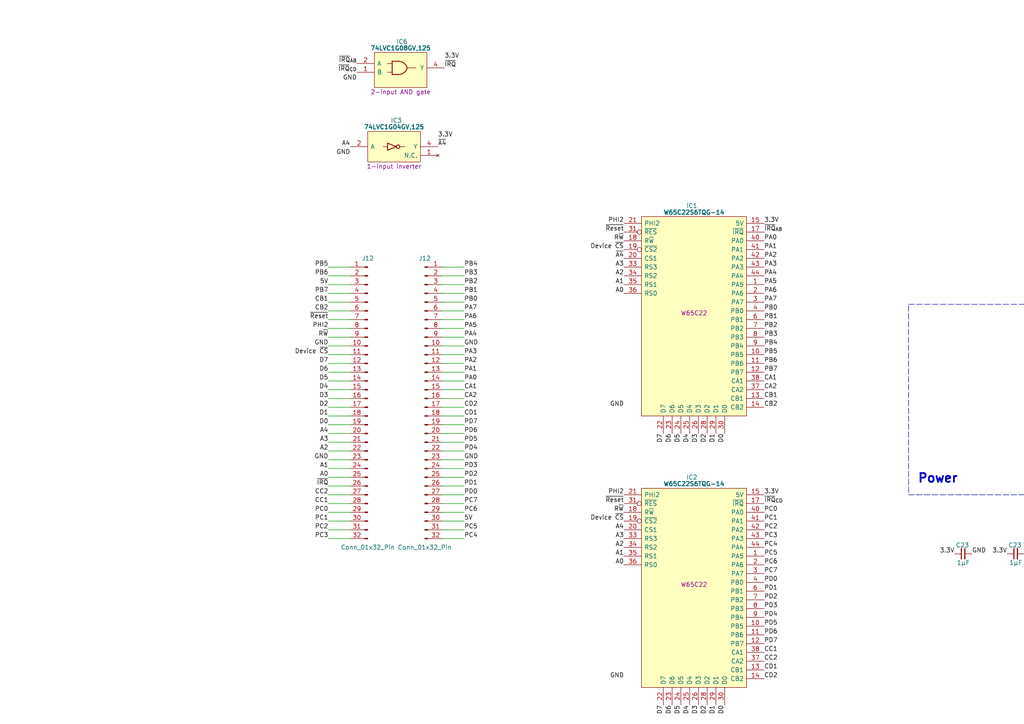
<source format=kicad_sch>
(kicad_sch (version 20230121) (generator eeschema)
  (paper "A4")
  (lib_symbols
    (symbol "C_0805_5" (pin_numbers hide) (pin_names (offset 0.254) hide)
      (property "Reference" "C" (at 2.286 2.54 0))
      (property "Value" "?μF" (at 2.54 -2.54 0))
      (symbol "C_0805_5_0_1"
        (polyline (pts (xy 1.9685 -1.4605) (xy 1.9685 1.5875)) (stroke (width 0.3048)))
        (polyline (pts (xy 2.9845 -1.4605) (xy 2.9845 1.5875)) (stroke (width 0.3302)))
      )
      (symbol "C_0805_5_1_1"
        (pin passive line (at 0 0 0) (length 2.032) (name "~") (number "1"))
        (pin passive line (at 5.08 0 180) (length 2.032) (name "~") (number "2"))
      )
    )
    (symbol "Connector:Conn_01x32_Pin" (pin_names (offset 1.016) hide)
      (property "Reference" "J" (at 0 40.64 0))
      (property "Value" "Conn_01x32_Pin" (at 0 -43.18 0))
      (symbol "Conn_01x32_Pin_1_1"
        (polyline (pts (xy 1.27 -40.64) (xy 0.8636 -40.64)) (stroke (width 0.1524)))
        (polyline (pts (xy 1.27 -38.1) (xy 0.8636 -38.1)) (stroke (width 0.1524)))
        (polyline (pts (xy 1.27 -35.56) (xy 0.8636 -35.56)) (stroke (width 0.1524)))
        (polyline (pts (xy 1.27 -33.02) (xy 0.8636 -33.02)) (stroke (width 0.1524)))
        (polyline (pts (xy 1.27 -30.48) (xy 0.8636 -30.48)) (stroke (width 0.1524)))
        (polyline (pts (xy 1.27 -27.94) (xy 0.8636 -27.94)) (stroke (width 0.1524)))
        (polyline (pts (xy 1.27 -25.4) (xy 0.8636 -25.4)) (stroke (width 0.1524)))
        (polyline (pts (xy 1.27 -22.86) (xy 0.8636 -22.86)) (stroke (width 0.1524)))
        (polyline (pts (xy 1.27 -20.32) (xy 0.8636 -20.32)) (stroke (width 0.1524)))
        (polyline (pts (xy 1.27 -17.78) (xy 0.8636 -17.78)) (stroke (width 0.1524)))
        (polyline (pts (xy 1.27 -15.24) (xy 0.8636 -15.24)) (stroke (width 0.1524)))
        (polyline (pts (xy 1.27 -12.7) (xy 0.8636 -12.7)) (stroke (width 0.1524)))
        (polyline (pts (xy 1.27 -10.16) (xy 0.8636 -10.16)) (stroke (width 0.1524)))
        (polyline (pts (xy 1.27 -7.62) (xy 0.8636 -7.62)) (stroke (width 0.1524)))
        (polyline (pts (xy 1.27 -5.08) (xy 0.8636 -5.08)) (stroke (width 0.1524)))
        (polyline (pts (xy 1.27 -2.54) (xy 0.8636 -2.54)) (stroke (width 0.1524)))
        (polyline (pts (xy 1.27 0) (xy 0.8636 0)) (stroke (width 0.1524)))
        (polyline (pts (xy 1.27 2.54) (xy 0.8636 2.54)) (stroke (width 0.1524)))
        (polyline (pts (xy 1.27 5.08) (xy 0.8636 5.08)) (stroke (width 0.1524)))
        (polyline (pts (xy 1.27 7.62) (xy 0.8636 7.62)) (stroke (width 0.1524)))
        (polyline (pts (xy 1.27 10.16) (xy 0.8636 10.16)) (stroke (width 0.1524)))
        (polyline (pts (xy 1.27 12.7) (xy 0.8636 12.7)) (stroke (width 0.1524)))
        (polyline (pts (xy 1.27 15.24) (xy 0.8636 15.24)) (stroke (width 0.1524)))
        (polyline (pts (xy 1.27 17.78) (xy 0.8636 17.78)) (stroke (width 0.1524)))
        (polyline (pts (xy 1.27 20.32) (xy 0.8636 20.32)) (stroke (width 0.1524)))
        (polyline (pts (xy 1.27 22.86) (xy 0.8636 22.86)) (stroke (width 0.1524)))
        (polyline (pts (xy 1.27 25.4) (xy 0.8636 25.4)) (stroke (width 0.1524)))
        (polyline (pts (xy 1.27 27.94) (xy 0.8636 27.94)) (stroke (width 0.1524)))
        (polyline (pts (xy 1.27 30.48) (xy 0.8636 30.48)) (stroke (width 0.1524)))
        (polyline (pts (xy 1.27 33.02) (xy 0.8636 33.02)) (stroke (width 0.1524)))
        (polyline (pts (xy 1.27 35.56) (xy 0.8636 35.56)) (stroke (width 0.1524)))
        (polyline (pts (xy 1.27 38.1) (xy 0.8636 38.1)) (stroke (width 0.1524)))
        (rectangle (start 0.8636 -40.513) (end 0 -40.767) (stroke (width 0.1524)) (fill (type outline)))
        (rectangle (start 0.8636 -37.973) (end 0 -38.227) (stroke (width 0.1524)) (fill (type outline)))
        (rectangle (start 0.8636 -35.433) (end 0 -35.687) (stroke (width 0.1524)) (fill (type outline)))
        (rectangle (start 0.8636 -32.893) (end 0 -33.147) (stroke (width 0.1524)) (fill (type outline)))
        (rectangle (start 0.8636 -30.353) (end 0 -30.607) (stroke (width 0.1524)) (fill (type outline)))
        (rectangle (start 0.8636 -27.813) (end 0 -28.067) (stroke (width 0.1524)) (fill (type outline)))
        (rectangle (start 0.8636 -25.273) (end 0 -25.527) (stroke (width 0.1524)) (fill (type outline)))
        (rectangle (start 0.8636 -22.733) (end 0 -22.987) (stroke (width 0.1524)) (fill (type outline)))
        (rectangle (start 0.8636 -20.193) (end 0 -20.447) (stroke (width 0.1524)) (fill (type outline)))
        (rectangle (start 0.8636 -17.653) (end 0 -17.907) (stroke (width 0.1524)) (fill (type outline)))
        (rectangle (start 0.8636 -15.113) (end 0 -15.367) (stroke (width 0.1524)) (fill (type outline)))
        (rectangle (start 0.8636 -12.573) (end 0 -12.827) (stroke (width 0.1524)) (fill (type outline)))
        (rectangle (start 0.8636 -10.033) (end 0 -10.287) (stroke (width 0.1524)) (fill (type outline)))
        (rectangle (start 0.8636 -7.493) (end 0 -7.747) (stroke (width 0.1524)) (fill (type outline)))
        (rectangle (start 0.8636 -4.953) (end 0 -5.207) (stroke (width 0.1524)) (fill (type outline)))
        (rectangle (start 0.8636 -2.413) (end 0 -2.667) (stroke (width 0.1524)) (fill (type outline)))
        (rectangle (start 0.8636 0.127) (end 0 -0.127) (stroke (width 0.1524)) (fill (type outline)))
        (rectangle (start 0.8636 2.667) (end 0 2.413) (stroke (width 0.1524)) (fill (type outline)))
        (rectangle (start 0.8636 5.207) (end 0 4.953) (stroke (width 0.1524)) (fill (type outline)))
        (rectangle (start 0.8636 7.747) (end 0 7.493) (stroke (width 0.1524)) (fill (type outline)))
        (rectangle (start 0.8636 10.287) (end 0 10.033) (stroke (width 0.1524)) (fill (type outline)))
        (rectangle (start 0.8636 12.827) (end 0 12.573) (stroke (width 0.1524)) (fill (type outline)))
        (rectangle (start 0.8636 15.367) (end 0 15.113) (stroke (width 0.1524)) (fill (type outline)))
        (rectangle (start 0.8636 17.907) (end 0 17.653) (stroke (width 0.1524)) (fill (type outline)))
        (rectangle (start 0.8636 20.447) (end 0 20.193) (stroke (width 0.1524)) (fill (type outline)))
        (rectangle (start 0.8636 22.987) (end 0 22.733) (stroke (width 0.1524)) (fill (type outline)))
        (rectangle (start 0.8636 25.527) (end 0 25.273) (stroke (width 0.1524)) (fill (type outline)))
        (rectangle (start 0.8636 28.067) (end 0 27.813) (stroke (width 0.1524)) (fill (type outline)))
        (rectangle (start 0.8636 30.607) (end 0 30.353) (stroke (width 0.1524)) (fill (type outline)))
        (rectangle (start 0.8636 33.147) (end 0 32.893) (stroke (width 0.1524)) (fill (type outline)))
        (rectangle (start 0.8636 35.687) (end 0 35.433) (stroke (width 0.1524)) (fill (type outline)))
        (rectangle (start 0.8636 38.227) (end 0 37.973) (stroke (width 0.1524)) (fill (type outline)))
        (pin passive line (at 5.08 38.1 180) (length 3.81) (name "Pin_1") (number "1"))
        (pin passive line (at 5.08 15.24 180) (length 3.81) (name "Pin_10") (number "10"))
        (pin passive line (at 5.08 12.7 180) (length 3.81) (name "Pin_11") (number "11"))
        (pin passive line (at 5.08 10.16 180) (length 3.81) (name "Pin_12") (number "12"))
        (pin passive line (at 5.08 7.62 180) (length 3.81) (name "Pin_13") (number "13"))
        (pin passive line (at 5.08 5.08 180) (length 3.81) (name "Pin_14") (number "14"))
        (pin passive line (at 5.08 2.54 180) (length 3.81) (name "Pin_15") (number "15"))
        (pin passive line (at 5.08 0 180) (length 3.81) (name "Pin_16") (number "16"))
        (pin passive line (at 5.08 -2.54 180) (length 3.81) (name "Pin_17") (number "17"))
        (pin passive line (at 5.08 -5.08 180) (length 3.81) (name "Pin_18") (number "18"))
        (pin passive line (at 5.08 -7.62 180) (length 3.81) (name "Pin_19") (number "19"))
        (pin passive line (at 5.08 35.56 180) (length 3.81) (name "Pin_2") (number "2"))
        (pin passive line (at 5.08 -10.16 180) (length 3.81) (name "Pin_20") (number "20"))
        (pin passive line (at 5.08 -12.7 180) (length 3.81) (name "Pin_21") (number "21"))
        (pin passive line (at 5.08 -15.24 180) (length 3.81) (name "Pin_22") (number "22"))
        (pin passive line (at 5.08 -17.78 180) (length 3.81) (name "Pin_23") (number "23"))
        (pin passive line (at 5.08 -20.32 180) (length 3.81) (name "Pin_24") (number "24"))
        (pin passive line (at 5.08 -22.86 180) (length 3.81) (name "Pin_25") (number "25"))
        (pin passive line (at 5.08 -25.4 180) (length 3.81) (name "Pin_26") (number "26"))
        (pin passive line (at 5.08 -27.94 180) (length 3.81) (name "Pin_27") (number "27"))
        (pin passive line (at 5.08 -30.48 180) (length 3.81) (name "Pin_28") (number "28"))
        (pin passive line (at 5.08 -33.02 180) (length 3.81) (name "Pin_29") (number "29"))
        (pin passive line (at 5.08 33.02 180) (length 3.81) (name "Pin_3") (number "3"))
        (pin passive line (at 5.08 -35.56 180) (length 3.81) (name "Pin_30") (number "30"))
        (pin passive line (at 5.08 -38.1 180) (length 3.81) (name "Pin_31") (number "31"))
        (pin passive line (at 5.08 -40.64 180) (length 3.81) (name "Pin_32") (number "32"))
        (pin passive line (at 5.08 30.48 180) (length 3.81) (name "Pin_4") (number "4"))
        (pin passive line (at 5.08 27.94 180) (length 3.81) (name "Pin_5") (number "5"))
        (pin passive line (at 5.08 25.4 180) (length 3.81) (name "Pin_6") (number "6"))
        (pin passive line (at 5.08 22.86 180) (length 3.81) (name "Pin_7") (number "7"))
        (pin passive line (at 5.08 20.32 180) (length 3.81) (name "Pin_8") (number "8"))
        (pin passive line (at 5.08 17.78 180) (length 3.81) (name "Pin_9") (number "9"))
      )
    )
    (symbol "Diodes_Inc:AP7365-33WG-7" (pin_names (offset 0.762))
      (property "Reference" "IC" (at 12.7 5.08 0))
      (property "Value" "AP7365-33WG-7" (at 12.7 3.175 0))
      (property "Description" "3.3V LDO voltage regulator" (at 12.7 -8.255 0))
      (symbol "AP7365-33WG-7_0_0"
        (pin passive line (at 0 0 0) (length 5.08) (name "VIN") (number "1"))
        (pin passive line (at 0 -5.08 0) (length 5.08) (name "GND") (number "2"))
        (pin input line (at 0 -2.54 0) (length 5.08) (name "EN") (number "3"))
        (pin passive line (at 25.4 -5.08 180) (length 5.08) (name "ADJ") (number "4"))
        (pin passive line (at 25.4 0 180) (length 5.08) (name "VOUT") (number "5"))
      )
      (symbol "AP7365-33WG-7_0_1"
        (polyline (pts (xy 5.08 1.905) (xy 20.32 1.905) (xy 20.32 -6.985) (xy 5.08 -6.985) (xy 5.08 1.905)) (fill (type background)))
      )
    )
    (symbol "HCP65:C_0805" (pin_numbers hide) (pin_names (offset 0.254) hide)
      (property "Reference" "C" (at 2.286 2.54 0))
      (property "Value" "?μF" (at 2.54 -2.54 0))
      (symbol "C_0805_0_1"
        (polyline (pts (xy 1.9685 -1.4605) (xy 1.9685 1.5875)) (stroke (width 0.3048)))
        (polyline (pts (xy 2.9845 -1.4605) (xy 2.9845 1.5875)) (stroke (width 0.3302)))
      )
      (symbol "C_0805_1_1"
        (pin passive line (at 0 0 0) (length 2.032) (name "~") (number "1"))
        (pin passive line (at 5.08 0 180) (length 2.032) (name "~") (number "2"))
      )
    )
    (symbol "Nexperia:74LVC1G04GV,125" (pin_names (offset 0.762))
      (property "Reference" "IC" (at 13.335 5.08 0))
      (property "Value" "74LVC1G04GV,125" (at 12.7 3.175 0))
      (property "Description" "1-input inverter" (at 12.7 -8.255 0))
      (symbol "74LVC1G04GV,125_0_0"
        (pin no_connect line (at 25.4 -5.08 180) (length 5.08) (name "N.C.") (number "1"))
        (pin input line (at 0 -2.54 0) (length 5.08) (name "A") (number "2"))
        (pin passive line (at 0 -5.08 0) (length 5.08) hide (name "GND") (number "3"))
        (pin output line (at 25.4 -2.54 180) (length 5.08) (name "Y") (number "4"))
        (pin passive line (at 25.4 0 180) (length 5.08) hide (name "3V") (number "5"))
      )
      (symbol "74LVC1G04GV,125_0_1"
        (polyline (pts (xy 9.525 -2.54) (xy 10.7949 -2.54)))
        (polyline (pts (xy 14.351 -2.54) (xy 15.875 -2.54)))
        (polyline (pts (xy 10.795 -3.556) (xy 13.335 -2.54) (xy 10.795 -1.524)) (stroke (width 0.254)))
        (polyline (pts (xy 5.08 1.905) (xy 20.32 1.905) (xy 20.32 -6.985) (xy 5.08 -6.985) (xy 5.08 1.905)) (stroke (width 0.1524)) (fill (type background)))
        (rectangle (start 10.795 -1.524) (end 10.795 -3.556) (stroke (width 0.254)) (fill (type background)))
        (circle (center 13.843 -2.54) (radius 0.508) (stroke (width 0.254)))
      )
    )
    (symbol "Nexperia:74LVC1G08GV,125" (pin_names (offset 0.762))
      (property "Reference" "IC" (at 11.43 5.715 0))
      (property "Value" "74LVC1G08GV,125" (at 12.7 3.81 0))
      (property "Description" "2-input AND gate" (at 12.7 -8.89 0))
      (symbol "74LVC1G08GV,125_0_0"
        (pin input line (at 0 -3.175 0) (length 5.08) (name "B") (number "1"))
        (pin input line (at 0 -0.635 0) (length 5.08) (name "A") (number "2"))
        (pin passive line (at 0 -5.715 0) (length 5.08) hide (name "GND") (number "3"))
        (pin output line (at 25.4 -1.905 180) (length 5.08) (name "Y") (number "4"))
        (pin passive line (at 25.4 0.635 180) (length 5.08) hide (name "3V") (number "5"))
      )
      (symbol "74LVC1G08GV,125_0_1"
        (polyline (pts (xy 8.89 -3.175) (xy 10.1599 -3.175)))
        (polyline (pts (xy 8.89 -0.635) (xy 10.1599 -0.635)))
        (polyline (pts (xy 10.248 0) (xy 10.248 -3.81)) (stroke (width 0.254)) (fill (type background)))
        (polyline (pts (xy 12.065 -3.81) (xy 10.248 -3.81)) (stroke (width 0.254)) (fill (type background)))
        (polyline (pts (xy 12.065 0) (xy 10.248 0)) (stroke (width 0.254)) (fill (type background)))
        (polyline (pts (xy 14.605 -1.905) (xy 17.145 -1.905)))
        (polyline (pts (xy 5.08 2.54) (xy 20.32 2.54) (xy 20.32 -7.62) (xy 5.08 -7.62) (xy 5.08 2.54)) (stroke (width 0.1524)) (fill (type background)))
        (arc (start 12.065 -3.81) (mid 13.6634 -3.2954) (end 14.605 -1.905) (stroke (width 0.254)))
        (arc (start 14.605 -1.905) (mid 13.6641 -0.5137) (end 12.065 0) (stroke (width 0.254)))
      )
    )
    (symbol "WDC:W65C22S6TQG-14" (pin_names (offset 0.762))
      (property "Reference" "IC" (at 19.685 13.335 0))
      (property "Value" "W65C22S6TQG-14" (at 20.32 11.43 0))
      (property "Description" "W65C22" (at 20.32 -17.78 0))
      (symbol "W65C22S6TQG-14_0_0"
        (pin tri_state line (at 40.64 -9.525 180) (length 5.08) (name "PA5") (number "1"))
        (pin tri_state line (at 40.64 -29.845 180) (length 5.08) (name "PB5") (number "10"))
        (pin tri_state line (at 40.64 -32.385 180) (length 5.08) (name "PB6") (number "11"))
        (pin tri_state line (at 40.64 -34.925 180) (length 5.08) (name "PB7") (number "12"))
        (pin tri_state line (at 40.64 -42.545 180) (length 5.08) (name "CB1") (number "13"))
        (pin tri_state line (at 40.64 -45.085 180) (length 5.08) (name "CB2") (number "14"))
        (pin tri_state line (at 40.64 -12.065 180) (length 5.08) (name "PA6") (number "2"))
        (pin input line (at 0 8.255 0) (length 5.08) (name "PHI2") (number "21"))
        (pin tri_state line (at 11.43 -52.705 90) (length 5.08) (name "D7") (number "22"))
        (pin tri_state line (at 13.97 -52.705 90) (length 5.08) (name "D6") (number "23"))
        (pin tri_state line (at 16.51 -52.705 90) (length 5.08) (name "D5") (number "24"))
        (pin tri_state line (at 19.05 -52.705 90) (length 5.08) (name "D4") (number "25"))
        (pin tri_state line (at 21.59 -52.705 90) (length 5.08) (name "D3") (number "26"))
        (pin tri_state line (at 24.13 -52.705 90) (length 5.08) (name "D2") (number "28"))
        (pin tri_state line (at 26.67 -52.705 90) (length 5.08) (name "D1") (number "29"))
        (pin tri_state line (at 40.64 -14.605 180) (length 5.08) (name "PA7") (number "3"))
        (pin tri_state line (at 29.21 -52.705 90) (length 5.08) (name "D0") (number "30"))
        (pin input line (at 0 -4.445 0) (length 5.08) (name "RS3") (number "33"))
        (pin input line (at 0 -6.985 0) (length 5.08) (name "RS2") (number "34"))
        (pin input line (at 0 -9.525 0) (length 5.08) (name "RS1") (number "35"))
        (pin input line (at 0 -12.065 0) (length 5.08) (name "RS0") (number "36"))
        (pin tri_state line (at 40.64 -40.005 180) (length 5.08) (name "CA2") (number "37"))
        (pin tri_state line (at 40.64 -37.465 180) (length 5.08) (name "CA1") (number "38"))
        (pin tri_state line (at 40.64 -17.145 180) (length 5.08) (name "PB0") (number "4"))
        (pin tri_state line (at 40.64 3.175 180) (length 5.08) (name "PA0") (number "40"))
        (pin tri_state line (at 40.64 0.635 180) (length 5.08) (name "PA1") (number "41"))
        (pin tri_state line (at 40.64 -1.905 180) (length 5.08) (name "PA2") (number "42"))
        (pin tri_state line (at 40.64 -4.445 180) (length 5.08) (name "PA3") (number "43"))
        (pin tri_state line (at 40.64 -6.985 180) (length 5.08) (name "PA4") (number "44"))
        (pin tri_state line (at 40.64 -19.685 180) (length 5.08) (name "PB1") (number "6"))
        (pin tri_state line (at 40.64 -22.225 180) (length 5.08) (name "PB2") (number "7"))
        (pin tri_state line (at 40.64 -24.765 180) (length 5.08) (name "PB3") (number "8"))
        (pin tri_state line (at 40.64 -27.305 180) (length 5.08) (name "PB4") (number "9"))
      )
      (symbol "W65C22S6TQG-14_0_1"
        (polyline (pts (xy 5.08 10.16) (xy 35.56 10.16) (xy 35.56 -47.625) (xy 5.08 -47.625) (xy 5.08 10.16)) (stroke (width 0.1524)) (fill (type background)))
      )
      (symbol "W65C22S6TQG-14_1_0"
        (pin passive line (at 40.64 8.255 180) (length 5.08) (name "5V") (number "15"))
        (pin no_connect line (at 0 -34.925 0) (length 5.08) hide (name "N.C.") (number "16"))
        (pin output line (at 40.64 5.715 180) (length 5.08) (name "~{IRQ}") (number "17"))
        (pin input line (at 0 3.175 0) (length 5.08) (name "R~{W}") (number "18"))
        (pin input inverted (at 0 0.635 0) (length 5.08) (name "~{CS2}") (number "19"))
        (pin input line (at 0 -1.905 0) (length 5.08) (name "CS1") (number "20"))
        (pin no_connect line (at 0 -42.545 0) (length 5.08) hide (name "N.C.") (number "27"))
        (pin input inverted (at 0 5.715 0) (length 5.08) (name "~{RES}") (number "31"))
        (pin no_connect line (at 0 -40.005 0) (length 5.08) hide (name "N.C.") (number "32"))
        (pin passive line (at 0 -45.085 0) (length 5.08) hide (name "GND") (number "39"))
        (pin no_connect line (at 0 -37.465 0) (length 5.08) hide (name "N.C.") (number "5"))
      )
    )
  )
  (junction (at 316.23 111.125))
  (junction (at 345.44 111.125))
  (no_connect (at 341.63 116.205))
  (wire (pts (xy 101.6 80.01) (xy 95.25 80.01)))
  (wire (pts (xy 128.27 105.41) (xy 134.62 105.41)))
  (wire (pts (xy 128.27 115.57) (xy 134.62 115.57)))
  (wire (pts (xy 101.6 95.25) (xy 95.25 95.25)))
  (wire (pts (xy 128.27 130.81) (xy 134.62 130.81)))
  (wire (pts (xy 128.27 92.71) (xy 134.62 92.71)))
  (wire (pts (xy 101.6 77.47) (xy 95.25 77.47)))
  (wire (pts (xy 128.27 135.89) (xy 134.62 135.89)))
  (wire (pts (xy 101.6 82.55) (xy 95.25 82.55)))
  (wire (pts (xy 101.6 156.21) (xy 95.25 156.21)))
  (wire (pts (xy 101.6 133.35) (xy 95.25 133.35)))
  (wire (pts (xy 101.6 115.57) (xy 95.25 115.57)))
  (wire (pts (xy 128.27 80.01) (xy 134.62 80.01)))
  (wire (pts (xy 101.6 107.95) (xy 95.25 107.95)))
  (wire (pts (xy 101.6 130.81) (xy 95.25 130.81)))
  (wire (pts (xy 128.27 110.49) (xy 134.62 110.49)))
  (wire (pts (xy 345.44 116.205) (xy 345.44 111.125)))
  (wire (pts (xy 101.6 105.41) (xy 95.25 105.41)))
  (wire (pts (xy 101.6 87.63) (xy 95.25 87.63)))
  (wire (pts (xy 128.27 118.11) (xy 134.62 118.11)))
  (wire (pts (xy 101.6 85.09) (xy 95.25 85.09)))
  (wire (pts (xy 128.27 123.19) (xy 134.62 123.19)))
  (wire (pts (xy 101.6 110.49) (xy 95.25 110.49)))
  (wire (pts (xy 316.23 111.125) (xy 316.23 113.665)))
  (wire (pts (xy 128.27 102.87) (xy 134.62 102.87)))
  (wire (pts (xy 128.27 120.65) (xy 134.62 120.65)))
  (wire (pts (xy 101.6 151.13) (xy 95.25 151.13)))
  (wire (pts (xy 101.6 102.87) (xy 95.25 102.87)))
  (wire (pts (xy 128.27 97.79) (xy 134.62 97.79)))
  (wire (pts (xy 101.6 97.79) (xy 95.25 97.79)))
  (wire (pts (xy 300.99 116.205) (xy 302.26 116.205)))
  (wire (pts (xy 101.6 138.43) (xy 95.25 138.43)))
  (wire (pts (xy 300.99 111.125) (xy 316.23 111.125)))
  (wire (pts (xy 128.27 138.43) (xy 134.62 138.43)))
  (wire (pts (xy 128.27 77.47) (xy 134.62 77.47)))
  (wire (pts (xy 128.27 100.33) (xy 134.62 100.33)))
  (wire (pts (xy 101.6 140.97) (xy 95.25 140.97)))
  (wire (pts (xy 101.6 128.27) (xy 95.25 128.27)))
  (wire (pts (xy 128.27 151.13) (xy 134.62 151.13)))
  (wire (pts (xy 101.6 153.67) (xy 95.25 153.67)))
  (wire (pts (xy 128.27 90.17) (xy 134.62 90.17)))
  (wire (pts (xy 128.27 87.63) (xy 134.62 87.63)))
  (wire (pts (xy 101.6 148.59) (xy 95.25 148.59)))
  (wire (pts (xy 101.6 120.65) (xy 95.25 120.65)))
  (wire (pts (xy 128.27 140.97) (xy 134.62 140.97)))
  (wire (pts (xy 128.27 107.95) (xy 134.62 107.95)))
  (wire (pts (xy 128.27 113.03) (xy 134.62 113.03)))
  (wire (pts (xy 101.6 118.11) (xy 95.25 118.11)))
  (wire (pts (xy 345.44 111.125) (xy 350.52 111.125)))
  (wire (pts (xy 101.6 125.73) (xy 95.25 125.73)))
  (wire (pts (xy 101.6 113.03) (xy 95.25 113.03)))
  (wire (pts (xy 128.27 153.67) (xy 134.62 153.67)))
  (wire (pts (xy 101.6 92.71) (xy 95.25 92.71)))
  (wire (pts (xy 101.6 100.33) (xy 95.25 100.33)))
  (wire (pts (xy 101.6 143.51) (xy 95.25 143.51)))
  (wire (pts (xy 128.27 146.05) (xy 134.62 146.05)))
  (wire (pts (xy 128.27 82.55) (xy 134.62 82.55)))
  (wire (pts (xy 128.27 125.73) (xy 134.62 125.73)))
  (wire (pts (xy 101.6 123.19) (xy 95.25 123.19)))
  (wire (pts (xy 341.63 111.125) (xy 345.44 111.125)))
  (wire (pts (xy 128.27 95.25) (xy 134.62 95.25)))
  (wire (pts (xy 101.6 146.05) (xy 95.25 146.05)))
  (wire (pts (xy 128.27 156.21) (xy 134.62 156.21)))
  (wire (pts (xy 101.6 90.17) (xy 95.25 90.17)))
  (wire (pts (xy 128.27 128.27) (xy 134.62 128.27)))
  (wire (pts (xy 101.6 135.89) (xy 95.25 135.89)))
  (wire (pts (xy 128.27 148.59) (xy 134.62 148.59)))
  (wire (pts (xy 128.27 143.51) (xy 134.62 143.51)))
  (wire (pts (xy 128.27 85.09) (xy 134.62 85.09)))
  (wire (pts (xy 128.27 133.35) (xy 134.62 133.35)))
  (wire (pts (xy 300.99 111.125) (xy 300.99 116.205)))
  (rectangle (start 263.525 88.265) (end 378.46 143.51) (stroke (width 0) (type dash)))
  (text "Power" (at 266.065 140.335 0) (effects (font (size 2.54 2.54) (thickness 0.508) bold) (justify left bottom)))
  (label "A4" (at 180.975 153.67 180))
  (label "PA6" (at 134.62 92.71 0))
  (label "PC2" (at 221.615 153.67 0))
  (label "GND" (at 134.62 100.33 0))
  (label "CD1" (at 221.615 194.31 0))
  (label "~{Reset}" (at 180.975 146.05 180))
  (label "CC1" (at 95.25 146.05 180))
  (label "5V" (at 134.62 151.13 0))
  (label "3.3V" (at 292.1 160.655 180))
  (label "D4" (at 95.25 113.03 180))
  (label "PD2" (at 221.615 173.99 0))
  (label "CC2" (at 221.615 191.77 0))
  (label "D5" (at 95.25 110.49 180))
  (label "PA5" (at 221.615 82.55 0))
  (label "3.3V" (at 221.615 143.51 0))
  (label "CD1" (at 134.62 120.65 0))
  (label "D5" (at 197.485 125.73 270))
  (label "PD4" (at 134.62 130.81 0))
  (label "5V" (at 95.25 82.55 180))
  (label "PD5" (at 134.62 128.27 0))
  (label "PD2" (at 134.62 138.43 0))
  (label "PB6" (at 221.615 105.41 0))
  (label "A0" (at 180.975 85.09 180))
  (label "PD7" (at 221.615 186.69 0))
  (label "CD2" (at 221.615 196.85 0))
  (label "3.3V" (at 350.52 111.125 0))
  (label "~{Reset}" (at 95.25 92.71 180))
  (label "PA7" (at 134.62 90.17 0))
  (label "PD0" (at 134.62 143.51 0))
  (label "PHI2" (at 180.975 143.51 180))
  (label "CB2" (at 95.25 90.17 180))
  (label "GND" (at 95.25 100.33 180))
  (label "~{IRQ}_{AB}" (at 221.615 67.31 0))
  (label "PD7" (at 134.62 123.19 0))
  (label "D7" (at 95.25 105.41 180))
  (label "GND" (at 281.94 160.655 0))
  (label "D3" (at 202.565 204.47 270))
  (label "PD5" (at 221.615 181.61 0))
  (label "D6" (at 95.25 107.95 180))
  (label "A3" (at 180.975 156.21 180))
  (label "PB5" (at 95.25 77.47 180))
  (label "PD0" (at 221.615 168.91 0))
  (label "CB1" (at 95.25 87.63 180))
  (label "PB2" (at 134.62 82.55 0))
  (label "D6" (at 194.945 125.73 270))
  (label "PB2" (at 221.615 95.25 0))
  (label "PC0" (at 95.25 148.59 180))
  (label "PC3" (at 95.25 156.21 180))
  (label "PC3" (at 221.615 156.21 0))
  (label "A1" (at 180.975 161.29 180))
  (label "Device ~{CS}" (at 95.25 102.87 180))
  (label "PB3" (at 221.615 97.79 0))
  (label "R~{W}" (at 180.975 148.59 180))
  (label "GND" (at 350.52 116.205 0))
  (label "PB1" (at 221.615 92.71 0))
  (label "Device ~{CS}" (at 180.975 151.13 180))
  (label "PC1" (at 221.615 151.13 0))
  (label "PC7" (at 134.62 146.05 0))
  (label "D1" (at 95.25 120.65 180))
  (label "PA3" (at 221.615 77.47 0))
  (label "PD1" (at 221.615 171.45 0))
  (label "D0" (at 210.185 204.47 270))
  (label "PC5" (at 134.62 153.67 0))
  (label "A2" (at 180.975 80.01 180))
  (label "A0" (at 180.975 163.83 180))
  (label "D3" (at 95.25 115.57 180))
  (label "PC5" (at 221.615 161.29 0))
  (label "A0" (at 95.25 138.43 180))
  (label "D4" (at 200.025 125.73 270))
  (label "PA0" (at 134.62 110.49 0))
  (label "~{A4}" (at 180.975 74.93 180))
  (label "GND" (at 180.975 118.11 180))
  (label "Device ~{CS}" (at 180.975 72.39 180))
  (label "3.3V" (at 322.58 160.655 180))
  (label "GND" (at 327.66 160.655 0))
  (label "~{IRQ}_{CD}" (at 221.615 146.05 0))
  (label "3.3V" (at 276.86 160.655 180))
  (label "PD6" (at 221.615 184.15 0))
  (label "PC7" (at 221.615 166.37 0))
  (label "~{Reset}" (at 180.975 67.31 180))
  (label "A1" (at 180.975 82.55 180))
  (label "GND" (at 316.23 116.205 180))
  (label "GND" (at 180.975 196.85 180))
  (label "CC2" (at 95.25 143.51 180))
  (label "PA4" (at 134.62 97.79 0))
  (label "D3" (at 202.565 125.73 270))
  (label "D1" (at 207.645 204.47 270))
  (label "A3" (at 95.25 128.27 180))
  (label "PD3" (at 134.62 135.89 0))
  (label "~{IRQ}" (at 128.905 19.685 0))
  (label "PD6" (at 134.62 125.73 0))
  (label "PA3" (at 134.62 102.87 0))
  (label "PA5" (at 134.62 95.25 0))
  (label "D2" (at 205.105 125.73 270))
  (label "D5" (at 197.485 204.47 270))
  (label "PA4" (at 221.615 80.01 0))
  (label "PA0" (at 221.615 69.85 0))
  (label "~{IRQ}" (at 95.25 140.97 180))
  (label "PA2" (at 134.62 105.41 0))
  (label "3.3V" (at 128.905 17.145 0))
  (label "PHI2" (at 95.25 95.25 180))
  (label "5V" (at 300.99 111.125 180))
  (label "A3" (at 180.975 77.47 180))
  (label "CB1" (at 221.615 115.57 0))
  (label "PC1" (at 95.25 151.13 180))
  (label "D7" (at 192.405 125.73 270))
  (label "PB4" (at 221.615 100.33 0))
  (label "GND" (at 95.25 133.35 180))
  (label "PB0" (at 134.62 87.63 0))
  (label "PA6" (at 221.615 85.09 0))
  (label "D1" (at 207.645 125.73 270))
  (label "CD2" (at 134.62 118.11 0))
  (label "CB2" (at 221.615 118.11 0))
  (label "GND" (at 101.6 45.085 180))
  (label "A4" (at 101.6 42.545 180))
  (label "PC0" (at 221.615 148.59 0))
  (label "CA1" (at 134.62 113.03 0))
  (label "CA2" (at 221.615 113.03 0))
  (label "D2" (at 95.25 118.11 180))
  (label "A1" (at 95.25 135.89 180))
  (label "PB0" (at 221.615 90.17 0))
  (label "PB3" (at 134.62 80.01 0))
  (label "PA7" (at 221.615 87.63 0))
  (label "PD1" (at 134.62 140.97 0))
  (label "3.3V" (at 127 40.005 0))
  (label "PA2" (at 221.615 74.93 0))
  (label "R~{W}" (at 180.975 69.85 180))
  (label "D0" (at 210.185 125.73 270))
  (label "PB7" (at 221.615 107.95 0))
  (label "PC2" (at 95.25 153.67 180))
  (label "A2" (at 95.25 130.81 180))
  (label "CC1" (at 221.615 189.23 0))
  (label "~{A4}" (at 127 42.545 0))
  (label "CA1" (at 221.615 110.49 0))
  (label "GND" (at 312.42 160.655 0))
  (label "PC4" (at 221.615 158.75 0))
  (label "D6" (at 194.945 204.47 270))
  (label "PD3" (at 221.615 176.53 0))
  (label "D7" (at 192.405 204.47 270))
  (label "~{IRQ}_{AB}" (at 103.505 18.415 180))
  (label "D2" (at 205.105 204.47 270))
  (label "PHI2" (at 180.975 64.77 180))
  (label "GND" (at 103.505 23.495 180))
  (label "PB6" (at 95.25 80.01 180))
  (label "CA2" (at 134.62 115.57 0))
  (label "PB4" (at 134.62 77.47 0))
  (label "GND" (at 307.34 116.205 0))
  (label "PB5" (at 221.615 102.87 0))
  (label "3.3V" (at 307.34 160.655 180))
  (label "A2" (at 180.975 158.75 180))
  (label "GND" (at 134.62 133.35 0))
  (label "~{IRQ}_{CD}" (at 103.505 20.955 180))
  (label "PC4" (at 134.62 156.21 0))
  (label "PD4" (at 221.615 179.07 0))
  (label "D4" (at 200.025 204.47 270))
  (label "D0" (at 95.25 123.19 180))
  (label "PA1" (at 221.615 72.39 0))
  (label "PA1" (at 134.62 107.95 0))
  (label "PC6" (at 134.62 148.59 0))
  (label "PB1" (at 134.62 85.09 0))
  (label "PB7" (at 95.25 85.09 180))
  (label "A4" (at 95.25 125.73 180))
  (label "3.3V" (at 221.615 64.77 0))
  (label "GND" (at 297.18 160.655 0))
  (label "R~{W}" (at 95.25 97.79 180))
  (label "PC6" (at 221.615 163.83 0))
  (symbol (lib_id "HCP65:C_0805") (at 322.58 160.655 0) (unit 1)
    (property "Reference" "C23" (at 324.866 158.115 0))
    (property "Value" "1μF" (at 325.12 163.195 0))
    (property "Footprint" "SamacSys_Parts:C_0805" (effects hide))
    (instances (project "Pico Sound" (path "" (reference "C23") (unit 1))) (project "VIA Device" (path "" (reference "C6") (unit 1))) (project "MPU Breakout" (path "" (reference "C22") (unit 1)) (path "" (reference "C14") (unit 1))))
  )
  (symbol (lib_id "WDC:W65C22S6TQG-14") (at 180.975 73.025 0) (unit 1)
    (property "Reference" "IC1" (at 200.66 59.69 0))
    (property "Value" "W65C22S6TQG-14" (at 201.295 61.595 0) (effects (font bold)))
    (property "Footprint" "QFP80P1320X1320X270-44N" (effects hide))
    (property "Description" "W65C22" (at 201.295 90.805 0))
    (property "Height" "2.7" (effects hide))
    (property "Mouser Part Number" "955-W65C22S6TQG-14" (effects hide))
    (property "Mouser Price/Stock" "https://www.mouser.co.uk/ProductDetail/Western-Design-Center-WDC/W65C22S6TQG-14?qs=9lcNTSmDlCo21Y0m5rRDww%3D%3D" (effects hide))
    (property "Manufacturer_Name" "Western Design Center (WDC)" (effects hide))
    (property "Manufacturer_Part_Number" "W65C22S6TQG-14" (effects hide))
    (property "Silkscreen" "W65C22S" (effects hide))
  )
  (symbol (lib_id "HCP65:C_0805") (at 276.86 160.655 0) (unit 1)
    (property "Reference" "C23" (at 279.146 158.115 0))
    (property "Value" "1μF" (at 279.4 163.195 0))
    (property "Footprint" "SamacSys_Parts:C_0805" (effects hide))
    (instances (project "Pico Sound" (path "" (reference "C23") (unit 1))) (project "VIA Device" (path "" (reference "C3") (unit 1))) (project "MPU Breakout" (path "" (reference "C22") (unit 1)) (path "" (reference "C14") (unit 1))))
  )
  (symbol (lib_id "Diodes_Inc:AP7365-33WG-7") (at 316.23 111.125 0) (unit 1)
    (property "Reference" "IC2" (at 328.93 106.045 0))
    (property "Value" "AP7365-33WG-7" (at 328.93 107.95 0) (effects (font bold)))
    (property "Footprint" "SOT95P285X130-5N" (effects hide))
    (property "Datasheet" "https://componentsearchengine.com/Datasheets/1/AP7365-33WG-7.pdf" (effects hide))
    (property "Description" "3.3V LDO voltage regulator" (at 328.93 119.38 0))
    (property "Height" "1.3" (effects hide))
    (property "Manufacturer_Name" "Diodes Inc." (effects hide))
    (property "Manufacturer_Part_Number" "AP7365-33WG-7" (effects hide))
    (property "Mouser Part Number" "621-AP7365-33WG-7" (effects hide))
    (property "Mouser Price/Stock" "https://www.mouser.co.uk/ProductDetail/Diodes-Incorporated/AP7365-33WG-7?qs=abZ1nkZpTuOZFvxvoFPL0w%3D%3D" (effects hide))
    (property "Arrow Part Number" "AP7365-33WG-7" (effects hide))
    (property "Arrow Price/Stock" "https://www.arrow.com/en/products/ap7365-33wg-7/diodes-incorporated?region=nac" (effects hide))
    (property "Silkscreen" "AP7365" (effects hide))
    (instances (project "Pico Sound" (path "" (reference "IC2") (unit 1))) (project "VIA Device" (path "" (reference "IC4") (unit 1)) (path "" (reference "IC4") (unit 1))) (project "MPU Breakout" (path "" (reference "IC7") (unit 1)) (path "" (reference "IC36") (unit 1))))
  )
  (symbol (lib_id "HCP65:C_0805") (at 307.34 160.655 0) (unit 1)
    (property "Reference" "C23" (at 309.626 158.115 0))
    (property "Value" "1μF" (at 309.88 163.195 0))
    (property "Footprint" "SamacSys_Parts:C_0805" (effects hide))
    (instances (project "Pico Sound" (path "" (reference "C23") (unit 1))) (project "VIA Device" (path "" (reference "C5") (unit 1))) (project "MPU Breakout" (path "" (reference "C22") (unit 1)) (path "" (reference "C14") (unit 1))))
  )
  (symbol (lib_name "C_0805_5") (lib_id "HCP65:C_0805") (at 345.44 116.205 0) (unit 1)
    (property "Reference" "C27" (at 347.726 113.665 0))
    (property "Value" "10μF" (at 347.98 118.745 0))
    (property "Footprint" "SamacSys_Parts:C_0805" (effects hide))
    (instances (project "Pico Sound" (path "" (reference "C27") (unit 1))) (project "VIA Device" (path "" (reference "C2") (unit 1)) (path "" (reference "C2") (unit 1))) (project "MPU Breakout" (path "" (reference "C7") (unit 1)) (path "" (reference "C42") (unit 1))))
  )
  (symbol (lib_id "Nexperia:74LVC1G04GV,125") (at 101.6 40.005 0) (unit 1)
    (property "Reference" "IC3" (at 114.935 34.925 0))
    (property "Value" "74LVC1G04GV,125" (at 114.3 36.83 0) (effects (font bold)))
    (property "Footprint" "SOT95P275X110-5N" (effects hide))
    (property "Datasheet" "https://assets.nexperia.com/documents/data-sheet/74LVC1G04.pdf" (effects hide))
    (property "Description" "1-input inverter" (at 114.3 48.26 0))
    (property "Height" "1.1" (effects hide))
    (property "Manufacturer_Name" "Nexperia" (effects hide))
    (property "Manufacturer_Part_Number" "74LVC1G04GV,125" (effects hide))
    (property "Mouser Part Number" "771-74LVC1G04GV" (effects hide))
    (property "Mouser Price/Stock" "https://www.mouser.co.uk/ProductDetail/Nexperia/74LVC1G04GV125?qs=me8TqzrmIYW6McwMAxl%2F9w%3D%3D" (effects hide))
    (property "Silkscreen" "'1G04" (effects hide))
  )
  (symbol (lib_id "Connector:Conn_01x32_Pin") (at 123.19 115.57 0) (unit 1)
    (property "Reference" "J12" (at 123.19 74.93 0))
    (property "Value" "Conn_01x32_Pin" (at 123.19 158.75 0))
    (property "Footprint" "Connector_PinHeader_2.54mm:PinHeader_1x32_P2.54mm_Vertical" (effects hide))
    (instances (project "MPU Signals" (path "" (reference "J12") (unit 1))) (project "VIA Device" (path "" (reference "J2") (unit 1)) (path "" (reference "J2") (unit 1))) (project "MPU Breakout" (path "" (reference "J6") (unit 1)) (path "" (reference "J6") (unit 1))))
  )
  (symbol (lib_id "Nexperia:74LVC1G08GV,125") (at 103.505 17.78 0) (unit 1)
    (property "Reference" "IC6" (at 114.935 12.065 0) (effects (justify left)))
    (property "Value" "74LVC1G08GV,125" (at 116.205 13.97 0) (effects (font bold)))
    (property "Footprint" "SOT95P275X110-5N" (effects hide))
    (property "Datasheet" "https://assets.nexperia.com/documents/data-sheet/74LVC1G08.pdf" (effects hide))
    (property "Description" "2-input AND gate" (at 116.205 26.67 0))
    (property "Height" "1.1" (effects hide))
    (property "Manufacturer_Name" "Nexperia" (effects hide))
    (property "Manufacturer_Part_Number" "74LVC1G08GV,125" (effects hide))
    (property "Mouser Part Number" "771-74LVC1G08GV" (effects hide))
    (property "Mouser Price/Stock" "https://www.mouser.co.uk/ProductDetail/Nexperia/74LVC1G08GV125?qs=me8TqzrmIYXEnurJEPZc7A%3D%3D" (effects hide))
    (property "Arrow Part Number" "74LVC1G08GV,125" (effects hide))
    (property "Arrow Price/Stock" "https://www.arrow.com/en/products/74lvc1g08gv125/nexperia" (effects hide))
    (property "Silkscreen" "'1G08" (effects hide))
  )
  (symbol (lib_id "HCP65:C_0805") (at 292.1 160.655 0) (unit 1)
    (property "Reference" "C23" (at 294.386 158.115 0))
    (property "Value" "1μF" (at 294.64 163.195 0))
    (property "Footprint" "SamacSys_Parts:C_0805" (effects hide))
    (instances (project "Pico Sound" (path "" (reference "C23") (unit 1))) (project "VIA Device" (path "" (reference "C4") (unit 1))) (project "MPU Breakout" (path "" (reference "C22") (unit 1)) (path "" (reference "C14") (unit 1))))
  )
  (symbol (lib_name "C_0805_5") (lib_id "HCP65:C_0805") (at 302.26 116.205 0) (unit 1)
    (property "Reference" "C27" (at 304.546 113.665 0))
    (property "Value" "10μF" (at 304.8 118.745 0))
    (property "Footprint" "SamacSys_Parts:C_0805" (effects hide))
    (instances (project "Pico Sound" (path "" (reference "C27") (unit 1))) (project "VIA Device" (path "" (reference "C1") (unit 1)) (path "" (reference "C1") (unit 1))) (project "MPU Breakout" (path "" (reference "C7") (unit 1)) (path "" (reference "C41") (unit 1))))
  )
  (symbol (lib_id "WDC:W65C22S6TQG-14") (at 180.975 151.765 0) (unit 1)
    (property "Reference" "IC2" (at 200.66 138.43 0))
    (property "Value" "W65C22S6TQG-14" (at 201.295 140.335 0) (effects (font bold)))
    (property "Footprint" "QFP80P1320X1320X270-44N" (effects hide))
    (property "Description" "W65C22" (at 201.295 169.545 0))
    (property "Height" "2.7" (effects hide))
    (property "Mouser Part Number" "955-W65C22S6TQG-14" (effects hide))
    (property "Mouser Price/Stock" "https://www.mouser.co.uk/ProductDetail/Western-Design-Center-WDC/W65C22S6TQG-14?qs=9lcNTSmDlCo21Y0m5rRDww%3D%3D" (effects hide))
    (property "Manufacturer_Name" "Western Design Center (WDC)" (effects hide))
    (property "Manufacturer_Part_Number" "W65C22S6TQG-14" (effects hide))
    (property "Silkscreen" "W65C22S" (effects hide))
  )
  (symbol (lib_id "Connector:Conn_01x32_Pin") (at 106.68 115.57 0) (mirror y) (unit 1)
    (property "Reference" "J12" (at 106.68 74.93 0))
    (property "Value" "Conn_01x32_Pin" (at 106.68 158.75 0))
    (property "Footprint" "Connector_PinHeader_2.54mm:PinHeader_1x32_P2.54mm_Vertical" (effects hide))
    (instances (project "MPU Signals" (path "" (reference "J12") (unit 1))) (project "VIA Device" (path "" (reference "J1") (unit 1)) (path "" (reference "J1") (unit 1))) (project "MPU Breakout" (path "" (reference "J5") (unit 1)) (path "" (reference "J5") (unit 1))))
  )
)
</source>
